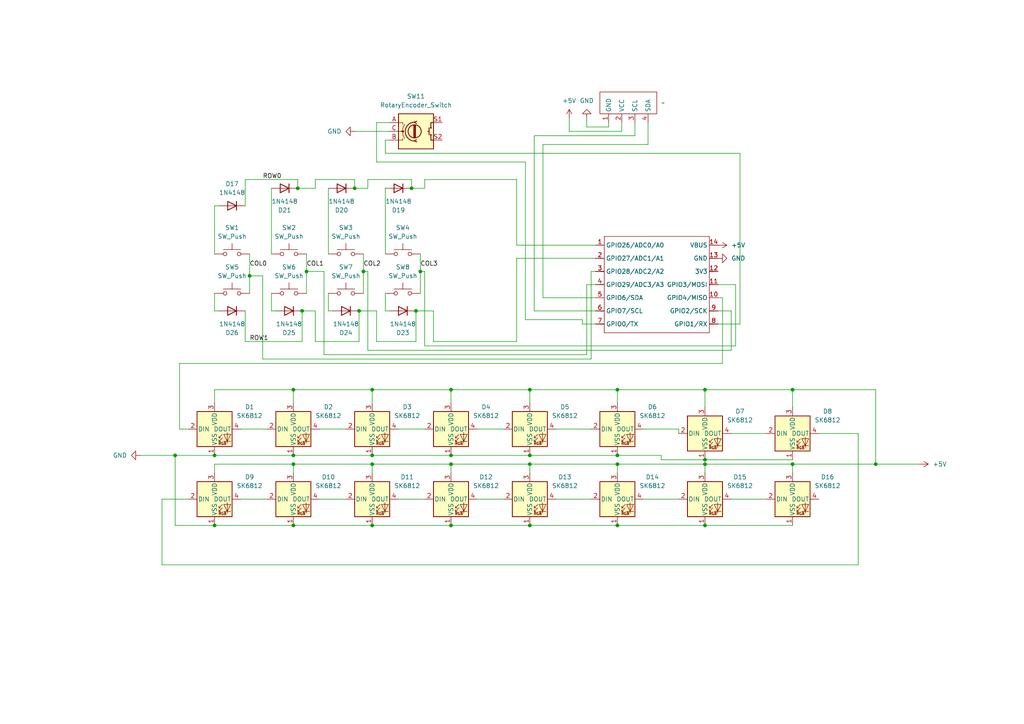
<source format=kicad_sch>
(kicad_sch (version 20250114) (generator "eeschema") (generator_version "9.0")
  (paper "A4")
  (lib_symbols
    (symbol "Device:RotaryEncoder_Switch" (pin_names (offset 0.254) (hide yes))
      (property "Reference" "SW" (at 0 6.604 0))
      (property "Value" "RotaryEncoder_Switch" (at 0 -6.604 0))
      (symbol "RotaryEncoder_Switch_0_1"
        (rectangle (start -5.08 5.08) (end 5.08 -5.08) (stroke (width 0.254)) (fill (type background)))
        (polyline (pts (xy -5.08 2.54) (xy -3.81 2.54) (xy -3.81 2.032)))
        (polyline (pts (xy -5.08 0) (xy -3.81 0) (xy -3.81 -1.016) (xy -3.302 -2.032)))
        (polyline (pts (xy -5.08 -2.54) (xy -3.81 -2.54) (xy -3.81 -2.032)))
        (polyline (pts (xy -4.318 0) (xy -3.81 0) (xy -3.81 1.016) (xy -3.302 2.032)))
        (circle (center -3.81 0) (radius 0.254) (fill (type outline)))
        (polyline (pts (xy -0.635 -1.778) (xy -0.635 1.778)) (stroke (width 0.254)))
        (circle (center -0.381 0) (radius 1.905) (stroke (width 0.254)))
        (polyline (pts (xy -0.381 -1.778) (xy -0.381 1.778)) (stroke (width 0.254)))
        (arc (start -0.381 -2.794) (mid -3.0988 -0.0635) (end -0.381 2.667) (stroke (width 0.254)))
        (polyline (pts (xy -0.127 1.778) (xy -0.127 -1.778)) (stroke (width 0.254)))
        (polyline (pts (xy 0.254 2.921) (xy -0.508 2.667) (xy 0.127 2.286)) (stroke (width 0.254)))
        (polyline (pts (xy 0.254 -3.048) (xy -0.508 -2.794) (xy 0.127 -2.413)) (stroke (width 0.254)))
        (polyline (pts (xy 3.81 1.016) (xy 3.81 -1.016)) (stroke (width 0.254)))
        (polyline (pts (xy 3.81 0) (xy 3.429 0)) (stroke (width 0.254)))
        (circle (center 4.318 1.016) (radius 0.127) (stroke (width 0.254)))
        (circle (center 4.318 -1.016) (radius 0.127) (stroke (width 0.254)))
        (polyline (pts (xy 5.08 2.54) (xy 4.318 2.54) (xy 4.318 1.016)) (stroke (width 0.254)))
        (polyline (pts (xy 5.08 -2.54) (xy 4.318 -2.54) (xy 4.318 -1.016)) (stroke (width 0.254)))
      )
      (symbol "RotaryEncoder_Switch_1_1"
        (pin passive line (at -7.62 2.54 0) (length 2.54) (name "A") (number "A"))
        (pin passive line (at -7.62 0 0) (length 2.54) (name "C") (number "C"))
        (pin passive line (at -7.62 -2.54 0) (length 2.54) (name "B") (number "B"))
        (pin passive line (at 7.62 2.54 180) (length 2.54) (name "S1") (number "S1"))
        (pin passive line (at 7.62 -2.54 180) (length 2.54) (name "S2") (number "S2"))
      )
    )
    (symbol "Diode:1N4148" (pin_numbers (hide yes)) (pin_names (hide yes))
      (property "Reference" "D" (at 0 2.54 0))
      (property "Value" "1N4148" (at 0 -2.54 0))
      (symbol "1N4148_0_1"
        (polyline (pts (xy -1.27 1.27) (xy -1.27 -1.27)) (stroke (width 0.254)))
        (polyline (pts (xy 1.27 1.27) (xy 1.27 -1.27) (xy -1.27 0) (xy 1.27 1.27)) (stroke (width 0.254)))
        (polyline (pts (xy 1.27 0) (xy -1.27 0)))
      )
      (symbol "1N4148_1_1"
        (pin passive line (at -3.81 0 0) (length 2.54) (name "K") (number "1"))
        (pin passive line (at 3.81 0 180) (length 2.54) (name "A") (number "2"))
      )
    )
    (symbol "LED:SK6812" (pin_names (offset 0.254))
      (property "Reference" "D" (at 5.08 5.715 0))
      (property "Value" "SK6812" (at 1.27 -5.715 0))
      (symbol "SK6812_0_0"
        (text "RGB" (at 2.286 -4.191 0) (effects (font (size 0.762 0.762))))
      )
      (symbol "SK6812_0_1"
        (polyline (pts (xy 1.27 -2.54) (xy 1.778 -2.54)))
        (polyline (pts (xy 1.27 -3.556) (xy 1.778 -3.556)))
        (polyline (pts (xy 2.286 -1.524) (xy 1.27 -2.54) (xy 1.27 -2.032)))
        (polyline (pts (xy 2.286 -2.54) (xy 1.27 -3.556) (xy 1.27 -3.048)))
        (polyline (pts (xy 3.683 -1.016) (xy 3.683 -3.556) (xy 3.683 -4.064)))
        (polyline (pts (xy 4.699 -1.524) (xy 2.667 -1.524) (xy 3.683 -3.556) (xy 4.699 -1.524)))
        (polyline (pts (xy 4.699 -3.556) (xy 2.667 -3.556)))
        (rectangle (start 5.08 5.08) (end -5.08 -5.08) (stroke (width 0.254)) (fill (type background)))
      )
      (symbol "SK6812_1_1"
        (pin input line (at -7.62 0 0) (length 2.54) (name "DIN") (number "2"))
        (pin power_in line (at 0 7.62 270) (length 2.54) (name "VDD") (number "3"))
        (pin power_in line (at 0 -7.62 90) (length 2.54) (name "VSS") (number "1"))
        (pin output line (at 7.62 0 180) (length 2.54) (name "DOUT") (number "4"))
      )
    )
    (symbol "OPL Library:XIAO-RP2040-DIP"
      (property "Reference" "U" (at 0 0 0))
      (property "Value" "XIAO-RP2040-DIP" (at 5.334 -1.778 0))
      (symbol "XIAO-RP2040-DIP_1_0"
        (polyline (pts (xy -1.27 -2.54) (xy 29.21 -2.54)) (stroke (width 0.1524)))
        (polyline (pts (xy -1.27 -5.08) (xy -2.54 -5.08)) (stroke (width 0.1524)))
        (polyline (pts (xy -1.27 -5.08) (xy -1.27 -2.54)) (stroke (width 0.1524)))
        (polyline (pts (xy -1.27 -8.89) (xy -2.54 -8.89)) (stroke (width 0.1524)))
        (polyline (pts (xy -1.27 -8.89) (xy -1.27 -5.08)) (stroke (width 0.1524)))
        (polyline (pts (xy -1.27 -12.7) (xy -2.54 -12.7)) (stroke (width 0.1524)))
        (polyline (pts (xy -1.27 -12.7) (xy -1.27 -8.89)) (stroke (width 0.1524)))
        (polyline (pts (xy -1.27 -16.51) (xy -2.54 -16.51)) (stroke (width 0.1524)))
        (polyline (pts (xy -1.27 -16.51) (xy -1.27 -12.7)) (stroke (width 0.1524)))
        (polyline (pts (xy -1.27 -20.32) (xy -2.54 -20.32)) (stroke (width 0.1524)))
        (polyline (pts (xy -1.27 -24.13) (xy -2.54 -24.13)) (stroke (width 0.1524)))
        (polyline (pts (xy -1.27 -27.94) (xy -2.54 -27.94)) (stroke (width 0.1524)))
        (polyline (pts (xy -1.27 -30.48) (xy -1.27 -16.51)) (stroke (width 0.1524)))
        (polyline (pts (xy 29.21 -2.54) (xy 29.21 -5.08)) (stroke (width 0.1524)))
        (polyline (pts (xy 29.21 -5.08) (xy 29.21 -8.89)) (stroke (width 0.1524)))
        (polyline (pts (xy 29.21 -8.89) (xy 29.21 -12.7)) (stroke (width 0.1524)))
        (polyline (pts (xy 29.21 -12.7) (xy 29.21 -30.48)) (stroke (width 0.1524)))
        (polyline (pts (xy 29.21 -30.48) (xy -1.27 -30.48)) (stroke (width 0.1524)))
        (polyline (pts (xy 30.48 -5.08) (xy 29.21 -5.08)) (stroke (width 0.1524)))
        (polyline (pts (xy 30.48 -8.89) (xy 29.21 -8.89)) (stroke (width 0.1524)))
        (polyline (pts (xy 30.48 -12.7) (xy 29.21 -12.7)) (stroke (width 0.1524)))
        (polyline (pts (xy 30.48 -16.51) (xy 29.21 -16.51)) (stroke (width 0.1524)))
        (polyline (pts (xy 30.48 -20.32) (xy 29.21 -20.32)) (stroke (width 0.1524)))
        (polyline (pts (xy 30.48 -24.13) (xy 29.21 -24.13)) (stroke (width 0.1524)))
        (polyline (pts (xy 30.48 -27.94) (xy 29.21 -27.94)) (stroke (width 0.1524)))
        (pin passive line (at -3.81 -5.08 0) (length 2.54) (name "GPIO26/ADC0/A0") (number "1"))
        (pin passive line (at -3.81 -8.89 0) (length 2.54) (name "GPIO27/ADC1/A1") (number "2"))
        (pin passive line (at -3.81 -12.7 0) (length 2.54) (name "GPIO28/ADC2/A2") (number "3"))
        (pin passive line (at -3.81 -16.51 0) (length 2.54) (name "GPIO29/ADC3/A3") (number "4"))
        (pin passive line (at -3.81 -20.32 0) (length 2.54) (name "GPIO6/SDA") (number "5"))
        (pin passive line (at -3.81 -24.13 0) (length 2.54) (name "GPIO7/SCL") (number "6"))
        (pin passive line (at -3.81 -27.94 0) (length 2.54) (name "GPIO0/TX") (number "7"))
        (pin passive line (at 31.75 -5.08 180) (length 2.54) (name "VBUS") (number "14"))
        (pin passive line (at 31.75 -8.89 180) (length 2.54) (name "GND") (number "13"))
        (pin passive line (at 31.75 -12.7 180) (length 2.54) (name "3V3") (number "12"))
        (pin passive line (at 31.75 -16.51 180) (length 2.54) (name "GPIO3/MOSI") (number "11"))
        (pin passive line (at 31.75 -20.32 180) (length 2.54) (name "GPIO4/MISO") (number "10"))
        (pin passive line (at 31.75 -24.13 180) (length 2.54) (name "GPIO2/SCK") (number "9"))
        (pin passive line (at 31.75 -27.94 180) (length 2.54) (name "GPIO1/RX") (number "8"))
      )
    )
    (symbol "SSD1306_0.91_OLED_I2C:SSD1306_0.91_OLED_I2C"
      (symbol "SSD1306_0.91_OLED_I2C_0_1"
        (rectangle (start 2.54 5.08) (end 8.89 -11.43))
      )
      (symbol "SSD1306_0.91_OLED_I2C_1_1"
        (pin power_in line (at 0 2.54 0) (length 2.54) (name "GND") (number "1"))
        (pin power_in line (at 0 -1.27 0) (length 2.54) (name "VCC") (number "2"))
        (pin bidirectional line (at 0 -5.08 0) (length 2.54) (name "SCL") (number "3"))
        (pin bidirectional line (at 0 -8.89 0) (length 2.54) (name "SDA") (number "4"))
      )
    )
    (symbol "Switch:SW_Push" (pin_numbers (hide yes)) (pin_names (offset 1.016) (hide yes))
      (property "Reference" "SW" (at 1.27 2.54 0))
      (property "Value" "SW_Push" (at 0 -1.524 0))
      (symbol "SW_Push_0_1"
        (circle (center -2.032 0) (radius 0.508))
        (polyline (pts (xy 0 1.27) (xy 0 3.048)))
        (circle (center 2.032 0) (radius 0.508))
        (polyline (pts (xy 2.54 1.27) (xy -2.54 1.27)))
        (pin passive line (at -5.08 0 0) (length 2.54) (name "1") (number "1"))
        (pin passive line (at 5.08 0 180) (length 2.54) (name "2") (number "2"))
      )
    )
    (symbol "power:+5V" (power) (pin_numbers (hide yes)) (pin_names (offset 0) (hide yes))
      (property "Value" "+5V" (at 0 3.556 0))
      (symbol "+5V_0_1"
        (polyline (pts (xy -0.762 1.27) (xy 0 2.54)))
        (polyline (pts (xy 0 2.54) (xy 0.762 1.27)))
        (polyline (pts (xy 0 0) (xy 0 2.54)))
      )
      (symbol "+5V_1_1"
        (pin power_in line (at 0 0 90) (length 0) (name "~") (number "1"))
      )
    )
    (symbol "power:GND" (power) (pin_numbers (hide yes)) (pin_names (offset 0) (hide yes))
      (property "Value" "GND" (at 0 -3.81 0))
      (symbol "GND_0_1"
        (polyline (pts (xy 0 0) (xy 0 -1.27) (xy 1.27 -1.27) (xy 0 -2.54) (xy -1.27 -1.27) (xy 0 -1.27)))
      )
      (symbol "GND_1_1"
        (pin power_in line (at 0 0 270) (length 0) (name "~") (number "1"))
      )
    )
  )
  (junction (at 179.07 152.4))
  (junction (at 85.09 113.03))
  (junction (at 86.36 54.61))
  (junction (at 85.09 152.4))
  (junction (at 102.87 54.61))
  (junction (at 88.9 78.74))
  (junction (at 254 134.62))
  (junction (at 153.67 132.08))
  (junction (at 87.63 90.17))
  (junction (at 179.07 132.08))
  (junction (at 62.23 152.4))
  (junction (at 62.23 132.08))
  (junction (at 130.81 132.08))
  (junction (at 229.87 113.03))
  (junction (at 85.09 134.62))
  (junction (at 107.95 132.08))
  (junction (at 179.07 113.03))
  (junction (at 121.92 78.74))
  (junction (at 153.67 113.03))
  (junction (at 85.09 132.08))
  (junction (at 130.81 152.4))
  (junction (at 107.95 113.03))
  (junction (at 179.07 134.62))
  (junction (at 204.47 152.4))
  (junction (at 130.81 113.03))
  (junction (at 107.95 134.62))
  (junction (at 72.39 80.01))
  (junction (at 204.47 133.35))
  (junction (at 229.87 134.62))
  (junction (at 204.47 134.62))
  (junction (at 130.81 134.62))
  (junction (at 120.65 90.17))
  (junction (at 107.95 152.4))
  (junction (at 153.67 134.62))
  (junction (at 105.41 78.74))
  (junction (at 50.8 132.08))
  (junction (at 153.67 152.4))
  (junction (at 119.38 54.61))
  (junction (at 204.47 113.03))
  (junction (at 104.14 90.17))
  (wire (pts (xy 209.55 86.36) (xy 208.28 86.36)))
  (wire (pts (xy 154.94 39.37) (xy 154.94 90.17)))
  (wire (pts (xy 87.63 90.17) (xy 91.44 90.17)))
  (wire (pts (xy 149.86 52.07) (xy 149.86 71.12)))
  (wire (pts (xy 176.53 35.56) (xy 176.53 36.83)))
  (wire (pts (xy 186.69 144.78) (xy 196.85 144.78)))
  (wire (pts (xy 248.92 125.73) (xy 248.92 163.83)))
  (wire (pts (xy 213.36 100.33) (xy 213.36 82.55)))
  (wire (pts (xy 121.92 73.66) (xy 121.92 78.74)))
  (wire (pts (xy 85.09 113.03) (xy 85.09 116.84)))
  (wire (pts (xy 121.92 78.74) (xy 121.92 85.09)))
  (wire (pts (xy 130.81 113.03) (xy 153.67 113.03)))
  (wire (pts (xy 102.87 38.1) (xy 113.03 38.1)))
  (wire (pts (xy 212.09 144.78) (xy 222.25 144.78)))
  (wire (pts (xy 72.39 80.01) (xy 76.2 80.01)))
  (wire (pts (xy 52.07 124.46) (xy 54.61 124.46)))
  (wire (pts (xy 111.76 40.64) (xy 111.76 44.45)))
  (wire (pts (xy 71.12 59.69) (xy 71.12 52.07)))
  (wire (pts (xy 62.23 113.03) (xy 85.09 113.03)))
  (wire (pts (xy 85.09 134.62) (xy 107.95 134.62)))
  (wire (pts (xy 121.92 78.74) (xy 123.19 78.74)))
  (wire (pts (xy 149.86 99.06) (xy 149.86 74.93)))
  (wire (pts (xy 254 113.03) (xy 254 134.62)))
  (wire (pts (xy 248.92 163.83) (xy 46.99 163.83)))
  (wire (pts (xy 204.47 133.35) (xy 229.87 133.35)))
  (wire (pts (xy 130.81 132.08) (xy 153.67 132.08)))
  (wire (pts (xy 125.73 99.06) (xy 149.86 99.06)))
  (wire (pts (xy 105.41 78.74) (xy 106.68 78.74)))
  (wire (pts (xy 107.95 134.62) (xy 107.95 137.16)))
  (wire (pts (xy 123.19 100.33) (xy 213.36 100.33)))
  (wire (pts (xy 153.67 113.03) (xy 179.07 113.03)))
  (wire (pts (xy 62.23 85.09) (xy 62.23 90.17)))
  (wire (pts (xy 95.25 85.09) (xy 95.25 90.17)))
  (wire (pts (xy 204.47 152.4) (xy 229.87 152.4)))
  (wire (pts (xy 170.18 102.87) (xy 170.18 82.55)))
  (wire (pts (xy 102.87 52.07) (xy 102.87 54.61)))
  (wire (pts (xy 106.68 52.07) (xy 119.38 52.07)))
  (wire (pts (xy 204.47 113.03) (xy 229.87 113.03)))
  (wire (pts (xy 109.22 46.99) (xy 152.4 46.99)))
  (wire (pts (xy 179.07 113.03) (xy 204.47 113.03)))
  (wire (pts (xy 179.07 132.08) (xy 191.77 132.08)))
  (wire (pts (xy 107.95 113.03) (xy 130.81 113.03)))
  (wire (pts (xy 119.38 54.61) (xy 123.19 54.61)))
  (wire (pts (xy 62.23 59.69) (xy 63.5 59.69)))
  (wire (pts (xy 191.77 132.08) (xy 191.77 133.35)))
  (wire (pts (xy 229.87 113.03) (xy 229.87 118.11)))
  (wire (pts (xy 106.68 101.6) (xy 212.09 101.6)))
  (wire (pts (xy 95.25 54.61) (xy 95.25 73.66)))
  (wire (pts (xy 111.76 40.64) (xy 113.03 40.64)))
  (wire (pts (xy 204.47 134.62) (xy 229.87 134.62)))
  (wire (pts (xy 86.36 52.07) (xy 86.36 54.61)))
  (wire (pts (xy 186.69 124.46) (xy 196.85 124.46)))
  (wire (pts (xy 62.23 152.4) (xy 50.8 152.4)))
  (wire (pts (xy 85.09 152.4) (xy 107.95 152.4)))
  (wire (pts (xy 104.14 90.17) (xy 109.22 90.17)))
  (wire (pts (xy 153.67 152.4) (xy 179.07 152.4)))
  (wire (pts (xy 91.44 54.61) (xy 91.44 52.07)))
  (wire (pts (xy 154.94 90.17) (xy 172.72 90.17)))
  (wire (pts (xy 111.76 44.45) (xy 214.63 44.45)))
  (wire (pts (xy 119.38 52.07) (xy 119.38 54.61)))
  (wire (pts (xy 62.23 132.08) (xy 85.09 132.08)))
  (wire (pts (xy 111.76 85.09) (xy 111.76 90.17)))
  (wire (pts (xy 170.18 34.29) (xy 170.18 36.83)))
  (wire (pts (xy 71.12 52.07) (xy 86.36 52.07)))
  (wire (pts (xy 86.36 54.61) (xy 91.44 54.61)))
  (wire (pts (xy 152.4 46.99) (xy 152.4 92.71)))
  (wire (pts (xy 161.29 144.78) (xy 171.45 144.78)))
  (wire (pts (xy 46.99 144.78) (xy 54.61 144.78)))
  (wire (pts (xy 179.07 152.4) (xy 204.47 152.4)))
  (wire (pts (xy 76.2 104.14) (xy 171.45 104.14)))
  (wire (pts (xy 95.25 90.17) (xy 96.52 90.17)))
  (wire (pts (xy 72.39 73.66) (xy 72.39 80.01)))
  (wire (pts (xy 106.68 78.74) (xy 106.68 101.6)))
  (wire (pts (xy 138.43 124.46) (xy 146.05 124.46)))
  (wire (pts (xy 62.23 152.4) (xy 85.09 152.4)))
  (wire (pts (xy 113.03 35.56) (xy 109.22 35.56)))
  (wire (pts (xy 62.23 73.66) (xy 62.23 59.69)))
  (wire (pts (xy 120.65 99.06) (xy 120.65 90.17)))
  (wire (pts (xy 170.18 82.55) (xy 172.72 82.55)))
  (wire (pts (xy 105.41 78.74) (xy 105.41 85.09)))
  (wire (pts (xy 152.4 92.71) (xy 168.91 92.71)))
  (wire (pts (xy 107.95 113.03) (xy 107.95 116.84)))
  (wire (pts (xy 107.95 132.08) (xy 130.81 132.08)))
  (wire (pts (xy 130.81 113.03) (xy 130.81 116.84)))
  (wire (pts (xy 157.48 41.91) (xy 157.48 86.36)))
  (wire (pts (xy 120.65 90.17) (xy 125.73 90.17)))
  (wire (pts (xy 93.98 78.74) (xy 93.98 102.87)))
  (wire (pts (xy 171.45 104.14) (xy 171.45 78.74)))
  (wire (pts (xy 85.09 113.03) (xy 107.95 113.03)))
  (wire (pts (xy 168.91 92.71) (xy 168.91 93.98)))
  (wire (pts (xy 153.67 134.62) (xy 153.67 137.16)))
  (wire (pts (xy 72.39 80.01) (xy 72.39 85.09)))
  (wire (pts (xy 184.15 39.37) (xy 154.94 39.37)))
  (wire (pts (xy 115.57 124.46) (xy 123.19 124.46)))
  (wire (pts (xy 123.19 54.61) (xy 123.19 52.07)))
  (wire (pts (xy 180.34 35.56) (xy 180.34 38.1)))
  (wire (pts (xy 237.49 125.73) (xy 248.92 125.73)))
  (wire (pts (xy 106.68 54.61) (xy 106.68 52.07)))
  (wire (pts (xy 171.45 78.74) (xy 172.72 78.74)))
  (wire (pts (xy 125.73 90.17) (xy 125.73 99.06)))
  (wire (pts (xy 191.77 133.35) (xy 204.47 133.35)))
  (wire (pts (xy 109.22 35.56) (xy 109.22 46.99)))
  (wire (pts (xy 62.23 134.62) (xy 85.09 134.62)))
  (wire (pts (xy 46.99 163.83) (xy 46.99 144.78)))
  (wire (pts (xy 184.15 35.56) (xy 184.15 39.37)))
  (wire (pts (xy 50.8 152.4) (xy 50.8 132.08)))
  (wire (pts (xy 93.98 102.87) (xy 170.18 102.87)))
  (wire (pts (xy 88.9 78.74) (xy 88.9 85.09)))
  (wire (pts (xy 40.64 132.08) (xy 50.8 132.08)))
  (wire (pts (xy 149.86 71.12) (xy 172.72 71.12)))
  (wire (pts (xy 107.95 134.62) (xy 130.81 134.62)))
  (wire (pts (xy 214.63 44.45) (xy 214.63 93.98)))
  (wire (pts (xy 153.67 134.62) (xy 179.07 134.62)))
  (wire (pts (xy 78.74 85.09) (xy 78.74 90.17)))
  (wire (pts (xy 102.87 54.61) (xy 106.68 54.61)))
  (wire (pts (xy 130.81 134.62) (xy 130.81 137.16)))
  (wire (pts (xy 91.44 52.07) (xy 102.87 52.07)))
  (wire (pts (xy 179.07 134.62) (xy 179.07 137.16)))
  (wire (pts (xy 153.67 132.08) (xy 179.07 132.08)))
  (wire (pts (xy 176.53 36.83) (xy 170.18 36.83)))
  (wire (pts (xy 71.12 99.06) (xy 87.63 99.06)))
  (wire (pts (xy 179.07 113.03) (xy 179.07 116.84)))
  (wire (pts (xy 229.87 113.03) (xy 254 113.03)))
  (wire (pts (xy 213.36 82.55) (xy 208.28 82.55)))
  (wire (pts (xy 196.85 124.46) (xy 196.85 125.73)))
  (wire (pts (xy 229.87 134.62) (xy 229.87 137.16)))
  (wire (pts (xy 111.76 54.61) (xy 111.76 73.66)))
  (wire (pts (xy 254 134.62) (xy 266.7 134.62)))
  (wire (pts (xy 212.09 90.17) (xy 208.28 90.17)))
  (wire (pts (xy 168.91 93.98) (xy 172.72 93.98)))
  (wire (pts (xy 69.85 124.46) (xy 77.47 124.46)))
  (wire (pts (xy 92.71 124.46) (xy 100.33 124.46)))
  (wire (pts (xy 123.19 52.07) (xy 149.86 52.07)))
  (wire (pts (xy 130.81 152.4) (xy 153.67 152.4)))
  (wire (pts (xy 76.2 80.01) (xy 76.2 104.14)))
  (wire (pts (xy 62.23 137.16) (xy 62.23 134.62)))
  (wire (pts (xy 109.22 90.17) (xy 109.22 99.06)))
  (wire (pts (xy 187.96 35.56) (xy 187.96 41.91)))
  (wire (pts (xy 212.09 101.6) (xy 212.09 90.17)))
  (wire (pts (xy 123.19 78.74) (xy 123.19 100.33)))
  (wire (pts (xy 78.74 54.61) (xy 78.74 73.66)))
  (wire (pts (xy 161.29 124.46) (xy 171.45 124.46)))
  (wire (pts (xy 214.63 93.98) (xy 208.28 93.98)))
  (wire (pts (xy 85.09 132.08) (xy 107.95 132.08)))
  (wire (pts (xy 153.67 113.03) (xy 153.67 116.84)))
  (wire (pts (xy 115.57 144.78) (xy 123.19 144.78)))
  (wire (pts (xy 157.48 86.36) (xy 172.72 86.36)))
  (wire (pts (xy 111.76 90.17) (xy 113.03 90.17)))
  (wire (pts (xy 91.44 99.06) (xy 104.14 99.06)))
  (wire (pts (xy 87.63 99.06) (xy 87.63 90.17)))
  (wire (pts (xy 62.23 90.17) (xy 63.5 90.17)))
  (wire (pts (xy 92.71 144.78) (xy 100.33 144.78)))
  (wire (pts (xy 209.55 105.41) (xy 209.55 86.36)))
  (wire (pts (xy 105.41 73.66) (xy 105.41 78.74)))
  (wire (pts (xy 69.85 144.78) (xy 77.47 144.78)))
  (wire (pts (xy 88.9 78.74) (xy 93.98 78.74)))
  (wire (pts (xy 62.23 116.84) (xy 62.23 113.03)))
  (wire (pts (xy 204.47 113.03) (xy 204.47 118.11)))
  (wire (pts (xy 229.87 134.62) (xy 254 134.62)))
  (wire (pts (xy 130.81 134.62) (xy 153.67 134.62)))
  (wire (pts (xy 91.44 90.17) (xy 91.44 99.06)))
  (wire (pts (xy 104.14 99.06) (xy 104.14 90.17)))
  (wire (pts (xy 71.12 90.17) (xy 71.12 99.06)))
  (wire (pts (xy 179.07 134.62) (xy 204.47 134.62)))
  (wire (pts (xy 149.86 74.93) (xy 172.72 74.93)))
  (wire (pts (xy 52.07 105.41) (xy 209.55 105.41)))
  (wire (pts (xy 165.1 34.29) (xy 165.1 38.1)))
  (wire (pts (xy 50.8 132.08) (xy 62.23 132.08)))
  (wire (pts (xy 187.96 41.91) (xy 157.48 41.91)))
  (wire (pts (xy 85.09 134.62) (xy 85.09 137.16)))
  (wire (pts (xy 180.34 38.1) (xy 165.1 38.1)))
  (wire (pts (xy 212.09 125.73) (xy 222.25 125.73)))
  (wire (pts (xy 52.07 105.41) (xy 52.07 124.46)))
  (wire (pts (xy 204.47 134.62) (xy 204.47 137.16)))
  (wire (pts (xy 138.43 144.78) (xy 146.05 144.78)))
  (wire (pts (xy 109.22 99.06) (xy 120.65 99.06)))
  (wire (pts (xy 88.9 73.66) (xy 88.9 78.74)))
  (wire (pts (xy 107.95 152.4) (xy 130.81 152.4)))
  (wire (pts (xy 78.74 90.17) (xy 80.01 90.17)))
  (label "COL2" (at 105.41 77.47 0))
  (label "ROW0" (at 76.2 52.07 0))
  (label "COL3" (at 121.92 77.47 0))
  (label "COL0" (at 72.39 77.47 0))
  (label "COL1" (at 88.9 77.47 0))
  (label "ROW1" (at 72.39 99.06 0))
  (symbol (lib_id "LED:SK6812") (at 153.67 124.46 0) (unit 1)
    (property "Reference" "D5" (at 163.83 118.0398 0))
    (property "Value" "SK6812" (at 163.83 120.5798 0))
    (property "Footprint" "LED_SMD:LED_SK6812_PLCC4_5.0x5.0mm_P3.2mm" (effects (hide yes)))
    (property "Datasheet" "https://cdn-shop.adafruit.com/product-files/1138/SK6812+LED+datasheet+.pdf" (effects (hide yes)))
    (property "Description" "RGB LED with integrated controller" (effects (hide yes)))
  )
  (symbol (lib_id "LED:SK6812") (at 62.23 124.46 0) (unit 1)
    (property "Reference" "D1" (at 72.39 118.0398 0))
    (property "Value" "SK6812" (at 72.39 120.5798 0))
    (property "Footprint" "LED_SMD:LED_SK6812_PLCC4_5.0x5.0mm_P3.2mm" (effects (hide yes)))
    (property "Datasheet" "https://cdn-shop.adafruit.com/product-files/1138/SK6812+LED+datasheet+.pdf" (effects (hide yes)))
    (property "Description" "RGB LED with integrated controller" (effects (hide yes)))
  )
  (symbol (lib_id "power:+5V") (at 266.7 134.62 270) (unit 1)
    (property "Reference" "#PWR02" (effects (hide yes)))
    (property "Value" "+5V" (at 270.51 134.6199 90) (effects (justify left)))
    (property "Description" "Power symbol creates a global label with name \"+5V\"" (effects (hide yes)))
  )
  (symbol (lib_id "LED:SK6812") (at 130.81 124.46 0) (unit 1)
    (property "Reference" "D4" (at 140.97 118.0398 0))
    (property "Value" "SK6812" (at 140.97 120.5798 0))
    (property "Footprint" "LED_SMD:LED_SK6812_PLCC4_5.0x5.0mm_P3.2mm" (effects (hide yes)))
    (property "Datasheet" "https://cdn-shop.adafruit.com/product-files/1138/SK6812+LED+datasheet+.pdf" (effects (hide yes)))
    (property "Description" "RGB LED with integrated controller" (effects (hide yes)))
  )
  (symbol (lib_id "Diode:1N4148") (at 82.55 54.61 180) (unit 1)
    (property "Reference" "D21" (at 82.55 60.96 0))
    (property "Value" "1N4148" (at 82.55 58.42 0))
    (property "Footprint" "Diode_THT:D_A-405_P2.54mm_Vertical_AnodeUp" (effects (hide yes)))
    (property "Datasheet" "https://assets.nexperia.com/documents/data-sheet/1N4148_1N4448.pdf" (effects (hide yes)))
    (property "Description" "100V 0.15A standard switching diode, DO-35" (effects (hide yes)))
    (property "Sim.Device" "D" (effects (hide yes)))
    (property "Sim.Pins" "1=K 2=A" (effects (hide yes)))
  )
  (symbol (lib_id "Diode:1N4148") (at 83.82 90.17 180) (unit 1)
    (property "Reference" "D25" (at 83.82 96.52 0))
    (property "Value" "1N4148" (at 83.82 93.98 0))
    (property "Footprint" "Diode_THT:D_A-405_P2.54mm_Vertical_AnodeUp" (effects (hide yes)))
    (property "Datasheet" "https://assets.nexperia.com/documents/data-sheet/1N4148_1N4448.pdf" (effects (hide yes)))
    (property "Description" "100V 0.15A standard switching diode, DO-35" (effects (hide yes)))
    (property "Sim.Device" "D" (effects (hide yes)))
    (property "Sim.Pins" "1=K 2=A" (effects (hide yes)))
  )
  (symbol (lib_id "OPL Library:XIAO-RP2040-DIP") (at 176.53 66.04 0) (unit 1)
    (property "Reference" "U1" (effects (hide yes)))
    (property "Value" "XIAO-RP2040-DIP" (effects (hide yes)))
    (property "Footprint" "OPL Lib:XIAO-RP2040-DIP" (effects (hide yes)))
  )
  (symbol (lib_id "Switch:SW_Push") (at 100.33 73.66 0) (unit 1)
    (property "Reference" "SW3" (at 100.33 66.04 0))
    (property "Value" "SW_Push" (at 100.33 68.58 0))
    (property "Footprint" "Button_Switch_Keyboard:SW_Cherry_MX_1.00u_PCB" (effects (hide yes)))
    (property "Description" "Push button switch, generic, two pins" (effects (hide yes)))
  )
  (symbol (lib_id "Diode:1N4148") (at 67.31 90.17 180) (unit 1)
    (property "Reference" "D26" (at 67.31 96.52 0))
    (property "Value" "1N4148" (at 67.31 93.98 0))
    (property "Footprint" "Diode_THT:D_A-405_P2.54mm_Vertical_AnodeUp" (effects (hide yes)))
    (property "Datasheet" "https://assets.nexperia.com/documents/data-sheet/1N4148_1N4448.pdf" (effects (hide yes)))
    (property "Description" "100V 0.15A standard switching diode, DO-35" (effects (hide yes)))
    (property "Sim.Device" "D" (effects (hide yes)))
    (property "Sim.Pins" "1=K 2=A" (effects (hide yes)))
  )
  (symbol (lib_id "Switch:SW_Push") (at 100.33 85.09 0) (unit 1)
    (property "Reference" "SW7" (at 100.33 77.47 0))
    (property "Value" "SW_Push" (at 100.33 80.01 0))
    (property "Footprint" "Button_Switch_Keyboard:SW_Cherry_MX_1.00u_PCB" (effects (hide yes)))
    (property "Description" "Push button switch, generic, two pins" (effects (hide yes)))
  )
  (symbol (lib_id "power:GND") (at 102.87 38.1 270) (unit 1)
    (property "Reference" "#PWR04" (effects (hide yes)))
    (property "Value" "GND" (at 99.06 38.0999 90) (effects (justify right)))
    (property "Description" "Power symbol creates a global label with name \"GND\" , ground" (effects (hide yes)))
  )
  (symbol (lib_id "Diode:1N4148") (at 67.31 59.69 180) (unit 1)
    (property "Reference" "D17" (at 67.31 53.34 0))
    (property "Value" "1N4148" (at 67.31 55.88 0))
    (property "Footprint" "Diode_THT:D_A-405_P2.54mm_Vertical_AnodeUp" (effects (hide yes)))
    (property "Datasheet" "https://assets.nexperia.com/documents/data-sheet/1N4148_1N4448.pdf" (effects (hide yes)))
    (property "Description" "100V 0.15A standard switching diode, DO-35" (effects (hide yes)))
    (property "Sim.Device" "D" (effects (hide yes)))
    (property "Sim.Pins" "1=K 2=A" (effects (hide yes)))
  )
  (symbol (lib_id "Diode:1N4148") (at 115.57 54.61 180) (unit 1)
    (property "Reference" "D19" (at 115.57 60.96 0))
    (property "Value" "1N4148" (at 115.57 58.42 0))
    (property "Footprint" "Diode_THT:D_A-405_P2.54mm_Vertical_AnodeUp" (effects (hide yes)))
    (property "Datasheet" "https://assets.nexperia.com/documents/data-sheet/1N4148_1N4448.pdf" (effects (hide yes)))
    (property "Description" "100V 0.15A standard switching diode, DO-35" (effects (hide yes)))
    (property "Sim.Device" "D" (effects (hide yes)))
    (property "Sim.Pins" "1=K 2=A" (effects (hide yes)))
  )
  (symbol (lib_id "LED:SK6812") (at 153.67 144.78 0) (unit 1)
    (property "Reference" "D13" (at 163.83 138.3598 0))
    (property "Value" "SK6812" (at 163.83 140.8998 0))
    (property "Footprint" "LED_SMD:LED_SK6812_PLCC4_5.0x5.0mm_P3.2mm" (effects (hide yes)))
    (property "Datasheet" "https://cdn-shop.adafruit.com/product-files/1138/SK6812+LED+datasheet+.pdf" (effects (hide yes)))
    (property "Description" "RGB LED with integrated controller" (effects (hide yes)))
  )
  (symbol (lib_id "LED:SK6812") (at 229.87 125.73 0) (unit 1)
    (property "Reference" "D8" (at 240.03 119.3098 0))
    (property "Value" "SK6812" (at 240.03 121.8498 0))
    (property "Footprint" "LED_SMD:LED_SK6812_PLCC4_5.0x5.0mm_P3.2mm" (effects (hide yes)))
    (property "Datasheet" "https://cdn-shop.adafruit.com/product-files/1138/SK6812+LED+datasheet+.pdf" (effects (hide yes)))
    (property "Description" "RGB LED with integrated controller" (effects (hide yes)))
  )
  (symbol (lib_id "LED:SK6812") (at 204.47 144.78 0) (unit 1)
    (property "Reference" "D15" (at 214.63 138.3598 0))
    (property "Value" "SK6812" (at 214.63 140.8998 0))
    (property "Footprint" "LED_SMD:LED_SK6812_PLCC4_5.0x5.0mm_P3.2mm" (effects (hide yes)))
    (property "Datasheet" "https://cdn-shop.adafruit.com/product-files/1138/SK6812+LED+datasheet+.pdf" (effects (hide yes)))
    (property "Description" "RGB LED with integrated controller" (effects (hide yes)))
  )
  (symbol (lib_id "LED:SK6812") (at 130.81 144.78 0) (unit 1)
    (property "Reference" "D12" (at 140.97 138.3598 0))
    (property "Value" "SK6812" (at 140.97 140.8998 0))
    (property "Footprint" "LED_SMD:LED_SK6812_PLCC4_5.0x5.0mm_P3.2mm" (effects (hide yes)))
    (property "Datasheet" "https://cdn-shop.adafruit.com/product-files/1138/SK6812+LED+datasheet+.pdf" (effects (hide yes)))
    (property "Description" "RGB LED with integrated controller" (effects (hide yes)))
  )
  (symbol (lib_id "LED:SK6812") (at 85.09 144.78 0) (unit 1)
    (property "Reference" "D10" (at 95.25 138.3598 0))
    (property "Value" "SK6812" (at 95.25 140.8998 0))
    (property "Footprint" "LED_SMD:LED_SK6812_PLCC4_5.0x5.0mm_P3.2mm" (effects (hide yes)))
    (property "Datasheet" "https://cdn-shop.adafruit.com/product-files/1138/SK6812+LED+datasheet+.pdf" (effects (hide yes)))
    (property "Description" "RGB LED with integrated controller" (effects (hide yes)))
  )
  (symbol (lib_id "LED:SK6812") (at 85.09 124.46 0) (unit 1)
    (property "Reference" "D2" (at 95.25 118.0398 0))
    (property "Value" "SK6812" (at 95.25 120.5798 0))
    (property "Footprint" "LED_SMD:LED_SK6812_PLCC4_5.0x5.0mm_P3.2mm" (effects (hide yes)))
    (property "Datasheet" "https://cdn-shop.adafruit.com/product-files/1138/SK6812+LED+datasheet+.pdf" (effects (hide yes)))
    (property "Description" "RGB LED with integrated controller" (effects (hide yes)))
  )
  (symbol (lib_id "Diode:1N4148") (at 99.06 54.61 180) (unit 1)
    (property "Reference" "D20" (at 99.06 60.96 0))
    (property "Value" "1N4148" (at 99.06 58.42 0))
    (property "Footprint" "Diode_THT:D_A-405_P2.54mm_Vertical_AnodeUp" (effects (hide yes)))
    (property "Datasheet" "https://assets.nexperia.com/documents/data-sheet/1N4148_1N4448.pdf" (effects (hide yes)))
    (property "Description" "100V 0.15A standard switching diode, DO-35" (effects (hide yes)))
    (property "Sim.Device" "D" (effects (hide yes)))
    (property "Sim.Pins" "1=K 2=A" (effects (hide yes)))
  )
  (symbol (lib_id "power:GND") (at 170.18 34.29 180) (unit 1)
    (property "Reference" "#PWR01" (effects (hide yes)))
    (property "Value" "GND" (at 170.18 29.21 0))
    (property "Description" "Power symbol creates a global label with name \"GND\" , ground" (effects (hide yes)))
  )
  (symbol (lib_id "Switch:SW_Push") (at 83.82 85.09 0) (unit 1)
    (property "Reference" "SW6" (at 83.82 77.47 0))
    (property "Value" "SW_Push" (at 83.82 80.01 0))
    (property "Footprint" "Button_Switch_Keyboard:SW_Cherry_MX_1.00u_PCB" (effects (hide yes)))
    (property "Description" "Push button switch, generic, two pins" (effects (hide yes)))
  )
  (symbol (lib_id "power:GND") (at 208.28 74.93 90) (unit 1)
    (property "Reference" "#PWR07" (effects (hide yes)))
    (property "Value" "GND" (at 212.09 74.9299 90) (effects (justify right)))
    (property "Description" "Power symbol creates a global label with name \"GND\" , ground" (effects (hide yes)))
  )
  (symbol (lib_id "Switch:SW_Push") (at 67.31 73.66 0) (unit 1)
    (property "Reference" "SW1" (at 67.31 66.04 0))
    (property "Value" "SW_Push" (at 67.31 68.58 0))
    (property "Footprint" "Button_Switch_Keyboard:SW_Cherry_MX_1.00u_PCB" (effects (hide yes)))
    (property "Description" "Push button switch, generic, two pins" (effects (hide yes)))
  )
  (symbol (lib_id "power:+5V") (at 208.28 71.12 270) (unit 1)
    (property "Reference" "#PWR06" (effects (hide yes)))
    (property "Value" "+5V" (at 212.09 71.1199 90) (effects (justify left)))
    (property "Description" "Power symbol creates a global label with name \"+5V\"" (effects (hide yes)))
  )
  (symbol (lib_id "SSD1306_0.91_OLED_I2C:SSD1306_0.91_OLED_I2C") (at 179.07 35.56 90) (unit 1)
    (property "Reference" "U3" (effects (hide yes)))
    (property "Value" "~" (at 191.77 29.8449 90) (effects (justify right)))
    (property "Footprint" "OLED Lib:SSD1306-0.91-OLED-4pin-128x32" (effects (hide yes)))
  )
  (symbol (lib_id "LED:SK6812") (at 179.07 144.78 0) (unit 1)
    (property "Reference" "D14" (at 189.23 138.3598 0))
    (property "Value" "SK6812" (at 189.23 140.8998 0))
    (property "Footprint" "LED_SMD:LED_SK6812_PLCC4_5.0x5.0mm_P3.2mm" (effects (hide yes)))
    (property "Datasheet" "https://cdn-shop.adafruit.com/product-files/1138/SK6812+LED+datasheet+.pdf" (effects (hide yes)))
    (property "Description" "RGB LED with integrated controller" (effects (hide yes)))
  )
  (symbol (lib_id "LED:SK6812") (at 107.95 144.78 0) (unit 1)
    (property "Reference" "D11" (at 118.11 138.3598 0))
    (property "Value" "SK6812" (at 118.11 140.8998 0))
    (property "Footprint" "LED_SMD:LED_SK6812_PLCC4_5.0x5.0mm_P3.2mm" (effects (hide yes)))
    (property "Datasheet" "https://cdn-shop.adafruit.com/product-files/1138/SK6812+LED+datasheet+.pdf" (effects (hide yes)))
    (property "Description" "RGB LED with integrated controller" (effects (hide yes)))
  )
  (symbol (lib_id "Switch:SW_Push") (at 116.84 85.09 0) (unit 1)
    (property "Reference" "SW8" (at 116.84 77.47 0))
    (property "Value" "SW_Push" (at 116.84 80.01 0))
    (property "Footprint" "Button_Switch_Keyboard:SW_Cherry_MX_1.00u_PCB" (effects (hide yes)))
    (property "Description" "Push button switch, generic, two pins" (effects (hide yes)))
  )
  (symbol (lib_id "LED:SK6812") (at 229.87 144.78 0) (unit 1)
    (property "Reference" "D16" (at 240.03 138.3598 0))
    (property "Value" "SK6812" (at 240.03 140.8998 0))
    (property "Footprint" "LED_SMD:LED_SK6812_PLCC4_5.0x5.0mm_P3.2mm" (effects (hide yes)))
    (property "Datasheet" "https://cdn-shop.adafruit.com/product-files/1138/SK6812+LED+datasheet+.pdf" (effects (hide yes)))
    (property "Description" "RGB LED with integrated controller" (effects (hide yes)))
  )
  (symbol (lib_id "Switch:SW_Push") (at 83.82 73.66 0) (unit 1)
    (property "Reference" "SW2" (at 83.82 66.04 0))
    (property "Value" "SW_Push" (at 83.82 68.58 0))
    (property "Footprint" "Button_Switch_Keyboard:SW_Cherry_MX_1.00u_PCB" (effects (hide yes)))
    (property "Description" "Push button switch, generic, two pins" (effects (hide yes)))
  )
  (symbol (lib_id "Diode:1N4148") (at 100.33 90.17 180) (unit 1)
    (property "Reference" "D24" (at 100.33 96.52 0))
    (property "Value" "1N4148" (at 100.33 93.98 0))
    (property "Footprint" "Diode_THT:D_A-405_P2.54mm_Vertical_AnodeUp" (effects (hide yes)))
    (property "Datasheet" "https://assets.nexperia.com/documents/data-sheet/1N4148_1N4448.pdf" (effects (hide yes)))
    (property "Description" "100V 0.15A standard switching diode, DO-35" (effects (hide yes)))
    (property "Sim.Device" "D" (effects (hide yes)))
    (property "Sim.Pins" "1=K 2=A" (effects (hide yes)))
  )
  (symbol (lib_id "power:GND") (at 40.64 132.08 270) (unit 1)
    (property "Reference" "#PWR03" (effects (hide yes)))
    (property "Value" "GND" (at 36.83 132.0799 90) (effects (justify right)))
    (property "Description" "Power symbol creates a global label with name \"GND\" , ground" (effects (hide yes)))
  )
  (symbol (lib_id "LED:SK6812") (at 107.95 124.46 0) (unit 1)
    (property "Reference" "D3" (at 118.11 118.0398 0))
    (property "Value" "SK6812" (at 118.11 120.5798 0))
    (property "Footprint" "LED_SMD:LED_SK6812_PLCC4_5.0x5.0mm_P3.2mm" (effects (hide yes)))
    (property "Datasheet" "https://cdn-shop.adafruit.com/product-files/1138/SK6812+LED+datasheet+.pdf" (effects (hide yes)))
    (property "Description" "RGB LED with integrated controller" (effects (hide yes)))
  )
  (symbol (lib_id "LED:SK6812") (at 204.47 125.73 0) (unit 1)
    (property "Reference" "D7" (at 214.63 119.3098 0))
    (property "Value" "SK6812" (at 214.63 121.8498 0))
    (property "Footprint" "LED_SMD:LED_SK6812_PLCC4_5.0x5.0mm_P3.2mm" (effects (hide yes)))
    (property "Datasheet" "https://cdn-shop.adafruit.com/product-files/1138/SK6812+LED+datasheet+.pdf" (effects (hide yes)))
    (property "Description" "RGB LED with integrated controller" (effects (hide yes)))
  )
  (symbol (lib_id "Switch:SW_Push") (at 116.84 73.66 0) (unit 1)
    (property "Reference" "SW4" (at 116.84 66.04 0))
    (property "Value" "SW_Push" (at 116.84 68.58 0))
    (property "Footprint" "Button_Switch_Keyboard:SW_Cherry_MX_1.00u_PCB" (effects (hide yes)))
    (property "Description" "Push button switch, generic, two pins" (effects (hide yes)))
  )
  (symbol (lib_id "LED:SK6812") (at 62.23 144.78 0) (unit 1)
    (property "Reference" "D9" (at 72.39 138.3598 0))
    (property "Value" "SK6812" (at 72.39 140.8998 0))
    (property "Footprint" "LED_SMD:LED_SK6812_PLCC4_5.0x5.0mm_P3.2mm" (effects (hide yes)))
    (property "Datasheet" "https://cdn-shop.adafruit.com/product-files/1138/SK6812+LED+datasheet+.pdf" (effects (hide yes)))
    (property "Description" "RGB LED with integrated controller" (effects (hide yes)))
  )
  (symbol (lib_id "Switch:SW_Push") (at 67.31 85.09 0) (unit 1)
    (property "Reference" "SW5" (at 67.31 77.47 0))
    (property "Value" "SW_Push" (at 67.31 80.01 0))
    (property "Footprint" "Button_Switch_Keyboard:SW_Cherry_MX_1.00u_PCB" (effects (hide yes)))
    (property "Description" "Push button switch, generic, two pins" (effects (hide yes)))
  )
  (symbol (lib_id "Device:RotaryEncoder_Switch") (at 120.65 38.1 0) (unit 1)
    (property "Reference" "SW11" (at 120.65 27.94 0))
    (property "Value" "RotaryEncoder_Switch" (at 120.65 30.48 0))
    (property "Footprint" "Rotary Encoder Lib:RotaryEncoder_Alps_EC11E-Switch_Vertical_H20mm_CircularMountingHoles" (effects (hide yes)))
    (property "Description" "Rotary encoder, dual channel, incremental quadrate outputs, with switch" (effects (hide yes)))
  )
  (symbol (lib_id "Diode:1N4148") (at 116.84 90.17 180) (unit 1)
    (property "Reference" "D23" (at 116.84 96.52 0))
    (property "Value" "1N4148" (at 116.84 93.98 0))
    (property "Footprint" "Diode_THT:D_A-405_P2.54mm_Vertical_AnodeUp" (effects (hide yes)))
    (property "Datasheet" "https://assets.nexperia.com/documents/data-sheet/1N4148_1N4448.pdf" (effects (hide yes)))
    (property "Description" "100V 0.15A standard switching diode, DO-35" (effects (hide yes)))
    (property "Sim.Device" "D" (effects (hide yes)))
    (property "Sim.Pins" "1=K 2=A" (effects (hide yes)))
  )
  (symbol (lib_id "power:+5V") (at 165.1 34.29 0) (unit 1)
    (property "Reference" "#PWR05" (effects (hide yes)))
    (property "Value" "+5V" (at 165.1 29.21 0))
    (property "Description" "Power symbol creates a global label with name \"+5V\"" (effects (hide yes)))
  )
  (symbol (lib_id "LED:SK6812") (at 179.07 124.46 0) (unit 1)
    (property "Reference" "D6" (at 189.23 118.0398 0))
    (property "Value" "SK6812" (at 189.23 120.5798 0))
    (property "Footprint" "LED_SMD:LED_SK6812_PLCC4_5.0x5.0mm_P3.2mm" (effects (hide yes)))
    (property "Datasheet" "https://cdn-shop.adafruit.com/product-files/1138/SK6812+LED+datasheet+.pdf" (effects (hide yes)))
    (property "Description" "RGB LED with integrated controller" (effects (hide yes)))
  )
)
</source>
